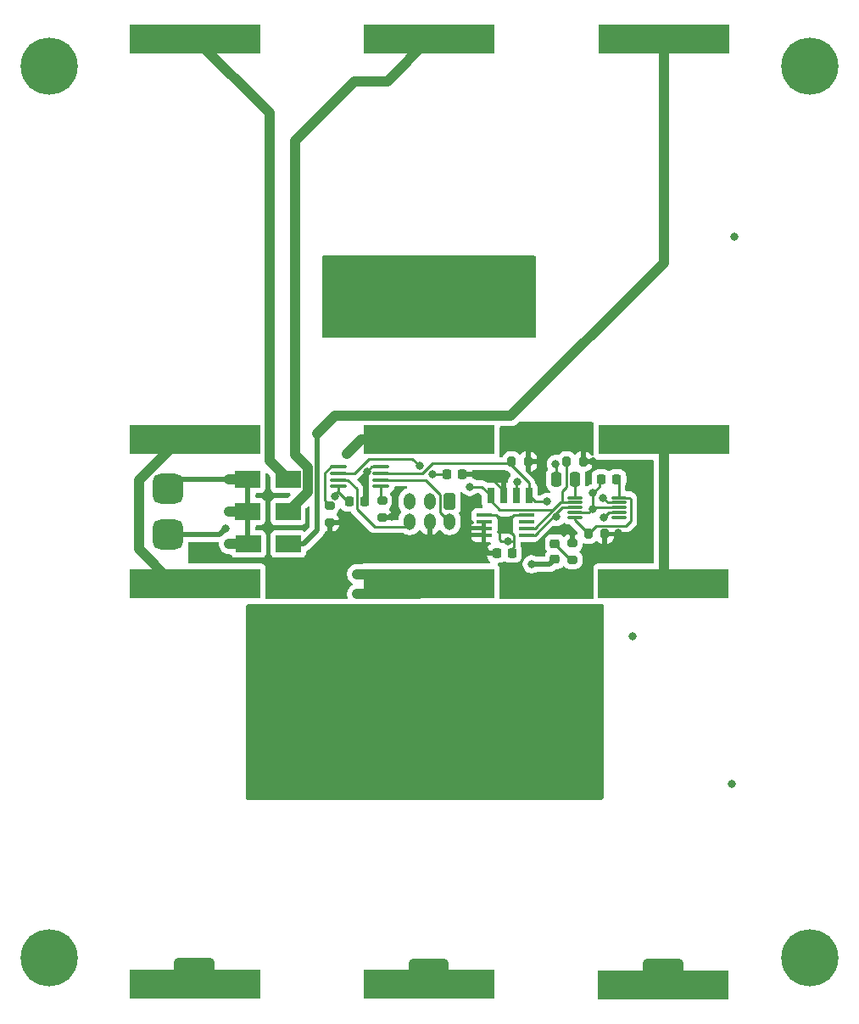
<source format=gbr>
%TF.GenerationSoftware,KiCad,Pcbnew,9.0.3*%
%TF.CreationDate,2025-07-30T14:55:58-07:00*%
%TF.ProjectId,xy_faces_v2a,78795f66-6163-4657-935f-7632612e6b69,3.0*%
%TF.SameCoordinates,Original*%
%TF.FileFunction,Copper,L1,Top*%
%TF.FilePolarity,Positive*%
%FSLAX46Y46*%
G04 Gerber Fmt 4.6, Leading zero omitted, Abs format (unit mm)*
G04 Created by KiCad (PCBNEW 9.0.3) date 2025-07-30 14:55:58*
%MOMM*%
%LPD*%
G01*
G04 APERTURE LIST*
G04 Aperture macros list*
%AMRoundRect*
0 Rectangle with rounded corners*
0 $1 Rounding radius*
0 $2 $3 $4 $5 $6 $7 $8 $9 X,Y pos of 4 corners*
0 Add a 4 corners polygon primitive as box body*
4,1,4,$2,$3,$4,$5,$6,$7,$8,$9,$2,$3,0*
0 Add four circle primitives for the rounded corners*
1,1,$1+$1,$2,$3*
1,1,$1+$1,$4,$5*
1,1,$1+$1,$6,$7*
1,1,$1+$1,$8,$9*
0 Add four rect primitives between the rounded corners*
20,1,$1+$1,$2,$3,$4,$5,0*
20,1,$1+$1,$4,$5,$6,$7,0*
20,1,$1+$1,$6,$7,$8,$9,0*
20,1,$1+$1,$8,$9,$2,$3,0*%
G04 Aperture macros list end*
%TA.AperFunction,SMDPad,CuDef*%
%ADD10RoundRect,0.225000X-0.225000X-0.250000X0.225000X-0.250000X0.225000X0.250000X-0.225000X0.250000X0*%
%TD*%
%TA.AperFunction,SMDPad,CuDef*%
%ADD11RoundRect,0.225000X0.225000X0.250000X-0.225000X0.250000X-0.225000X-0.250000X0.225000X-0.250000X0*%
%TD*%
%TA.AperFunction,ComponentPad*%
%ADD12C,5.700000*%
%TD*%
%TA.AperFunction,SMDPad,CuDef*%
%ADD13RoundRect,0.100000X0.687500X0.100000X-0.687500X0.100000X-0.687500X-0.100000X0.687500X-0.100000X0*%
%TD*%
%TA.AperFunction,HeatsinkPad*%
%ADD14C,0.500000*%
%TD*%
%TA.AperFunction,HeatsinkPad*%
%ADD15R,1.500000X1.800000*%
%TD*%
%TA.AperFunction,SMDPad,CuDef*%
%ADD16R,13.000000X3.000000*%
%TD*%
%TA.AperFunction,SMDPad,CuDef*%
%ADD17RoundRect,0.750000X0.750000X-0.750000X0.750000X0.750000X-0.750000X0.750000X-0.750000X-0.750000X0*%
%TD*%
%TA.AperFunction,SMDPad,CuDef*%
%ADD18R,2.500000X1.700000*%
%TD*%
%TA.AperFunction,SMDPad,CuDef*%
%ADD19O,1.690000X0.360000*%
%TD*%
%TA.AperFunction,SMDPad,CuDef*%
%ADD20RoundRect,0.200000X0.275000X-0.200000X0.275000X0.200000X-0.275000X0.200000X-0.275000X-0.200000X0*%
%TD*%
%TA.AperFunction,SMDPad,CuDef*%
%ADD21RoundRect,0.250000X0.250000X0.475000X-0.250000X0.475000X-0.250000X-0.475000X0.250000X-0.475000X0*%
%TD*%
%TA.AperFunction,SMDPad,CuDef*%
%ADD22RoundRect,0.200000X-0.275000X0.200000X-0.275000X-0.200000X0.275000X-0.200000X0.275000X0.200000X0*%
%TD*%
%TA.AperFunction,SMDPad,CuDef*%
%ADD23R,0.700000X1.600000*%
%TD*%
%TA.AperFunction,SMDPad,CuDef*%
%ADD24RoundRect,0.200000X-0.200000X-0.275000X0.200000X-0.275000X0.200000X0.275000X-0.200000X0.275000X0*%
%TD*%
%TA.AperFunction,SMDPad,CuDef*%
%ADD25RoundRect,0.200000X0.200000X0.275000X-0.200000X0.275000X-0.200000X-0.275000X0.200000X-0.275000X0*%
%TD*%
%TA.AperFunction,SMDPad,CuDef*%
%ADD26RoundRect,0.218750X0.256250X-0.218750X0.256250X0.218750X-0.256250X0.218750X-0.256250X-0.218750X0*%
%TD*%
%TA.AperFunction,SMDPad,CuDef*%
%ADD27RoundRect,0.075000X-0.650000X-0.075000X0.650000X-0.075000X0.650000X0.075000X-0.650000X0.075000X0*%
%TD*%
%TA.AperFunction,ComponentPad*%
%ADD28RoundRect,0.250000X0.350000X0.575000X-0.350000X0.575000X-0.350000X-0.575000X0.350000X-0.575000X0*%
%TD*%
%TA.AperFunction,ComponentPad*%
%ADD29O,1.200000X1.650000*%
%TD*%
%TA.AperFunction,ViaPad*%
%ADD30C,0.800000*%
%TD*%
%TA.AperFunction,Conductor*%
%ADD31C,1.000000*%
%TD*%
%TA.AperFunction,Conductor*%
%ADD32C,0.250000*%
%TD*%
%TA.AperFunction,Conductor*%
%ADD33C,0.500000*%
%TD*%
G04 APERTURE END LIST*
D10*
%TO.P,C6,1*%
%TO.N,GND*%
X136475000Y-113750000D03*
%TO.P,C6,2*%
%TO.N,+3V3*%
X138025000Y-113750000D03*
%TD*%
D11*
%TO.P,C4,1*%
%TO.N,+3V3*%
X147775000Y-111000000D03*
%TO.P,C4,2*%
%TO.N,GND*%
X146225000Y-111000000D03*
%TD*%
D10*
%TO.P,C2,1*%
%TO.N,+3V3*%
X151200000Y-118880000D03*
%TO.P,C2,2*%
%TO.N,GND*%
X152750000Y-118880000D03*
%TD*%
D11*
%TO.P,C3,1*%
%TO.N,Net-(U3-EN)*%
X163175000Y-111500000D03*
%TO.P,C3,2*%
%TO.N,GND*%
X161625000Y-111500000D03*
%TD*%
D12*
%TO.P,J2,1,Pin_1*%
%TO.N,unconnected-(J2-Pin_1-Pad1)*%
X106500000Y-70300000D03*
%TD*%
%TO.P,J3,1,Pin_1*%
%TO.N,unconnected-(J3-Pin_1-Pad1)*%
X106500000Y-159300000D03*
%TD*%
%TO.P,J4,1,Pin_1*%
%TO.N,unconnected-(J4-Pin_1-Pad1)*%
X182500000Y-70300000D03*
%TD*%
%TO.P,J5,1,Pin_1*%
%TO.N,unconnected-(J5-Pin_1-Pad1)*%
X182500000Y-159300000D03*
%TD*%
D13*
%TO.P,U2,1,SDA*%
%TO.N,SDA*%
X154162500Y-117075000D03*
%TO.P,U2,2,SCL*%
%TO.N,SCL*%
X154162500Y-116425000D03*
%TO.P,U2,3,Alert*%
%TO.N,unconnected-(U2-Alert-Pad3)*%
X154162500Y-115775000D03*
%TO.P,U2,4,GND*%
%TO.N,GND*%
X154162500Y-115125000D03*
%TO.P,U2,5,A2*%
X149937500Y-115125000D03*
%TO.P,U2,6,A1*%
%TO.N,+3V3*%
X149937500Y-115775000D03*
%TO.P,U2,7,A0*%
X149937500Y-116425000D03*
%TO.P,U2,8,VDD*%
X149937500Y-117075000D03*
D14*
%TO.P,U2,9,EP/GND*%
%TO.N,GND*%
X152600000Y-116750000D03*
X152600000Y-115450000D03*
D15*
X152050000Y-116100000D03*
D14*
X151500000Y-116750000D03*
X151500000Y-115450000D03*
%TD*%
D16*
%TO.P,SC5,1,+*%
%TO.N,Net-(D3-A)*%
X167860000Y-67570000D03*
%TO.P,SC5,2,-*%
%TO.N,Net-(SC5--)*%
X167860000Y-107570000D03*
%TD*%
D17*
%TO.P,TP1,1,1*%
%TO.N,VSOLAR*%
X118370000Y-112450000D03*
%TD*%
D18*
%TO.P,D3,1,K*%
%TO.N,VSOLAR*%
X126400000Y-118000000D03*
%TO.P,D3,2,A*%
%TO.N,Net-(D3-A)*%
X130400000Y-118000000D03*
%TD*%
D19*
%TO.P,U4,1,EN*%
%TO.N,Net-(U4-EN)*%
X135350000Y-110270000D03*
%TO.P,U4,2,SCLOUT*%
%TO.N,SCL*%
X135350000Y-110930000D03*
%TO.P,U4,3,SCLIN*%
%TO.N,Net-(CN1-Pin_6)*%
X135350000Y-111580000D03*
%TO.P,U4,4,GND*%
%TO.N,GND*%
X135350000Y-112230000D03*
%TO.P,U4,5,READY*%
%TO.N,Net-(U4-READY)*%
X139650000Y-112230000D03*
%TO.P,U4,6,SDAIN*%
%TO.N,Net-(CN1-Pin_2)*%
X139650000Y-111580000D03*
%TO.P,U4,7,SDAOUT*%
%TO.N,SDA*%
X139650000Y-110930000D03*
%TO.P,U4,8,VCC*%
%TO.N,+3V3*%
X139650000Y-110270000D03*
%TD*%
D17*
%TO.P,TP2,1,1*%
%TO.N,GND*%
X118360000Y-117050000D03*
%TD*%
D18*
%TO.P,D1,1,K*%
%TO.N,VSOLAR*%
X126360000Y-111540000D03*
%TO.P,D1,2,A*%
%TO.N,Net-(D1-A)*%
X130360000Y-111540000D03*
%TD*%
D16*
%TO.P,SC3,1,+*%
%TO.N,Net-(D2-A)*%
X144490000Y-67570000D03*
%TO.P,SC3,2,-*%
%TO.N,Net-(SC3--)*%
X144490000Y-107570000D03*
%TD*%
D20*
%TO.P,R2,1*%
%TO.N,+3V3*%
X134500000Y-115825000D03*
%TO.P,R2,2*%
%TO.N,Net-(U4-EN)*%
X134500000Y-114175000D03*
%TD*%
D16*
%TO.P,SC4,1,+*%
%TO.N,Net-(SC3--)*%
X144450000Y-121940000D03*
%TO.P,SC4,2,-*%
%TO.N,GND*%
X144450000Y-161940000D03*
%TD*%
%TO.P,SC2,1,+*%
%TO.N,Net-(SC1--)*%
X121120000Y-121920000D03*
%TO.P,SC2,2,-*%
%TO.N,GND*%
X121120000Y-161920000D03*
%TD*%
D18*
%TO.P,D2,1,K*%
%TO.N,VSOLAR*%
X126360000Y-114750000D03*
%TO.P,D2,2,A*%
%TO.N,Net-(D2-A)*%
X130360000Y-114750000D03*
%TD*%
D16*
%TO.P,SC6,1,+*%
%TO.N,Net-(SC5--)*%
X167850000Y-121950000D03*
%TO.P,SC6,2,-*%
%TO.N,GND*%
X167850000Y-161950000D03*
%TD*%
D21*
%TO.P,C5,1*%
%TO.N,Net-(U3-REG)*%
X159050000Y-111500000D03*
%TO.P,C5,2*%
%TO.N,GND*%
X157150000Y-111500000D03*
%TD*%
D22*
%TO.P,R4,1*%
%TO.N,Net-(U4-READY)*%
X139750000Y-113675000D03*
%TO.P,R4,2*%
%TO.N,+3V3*%
X139750000Y-115325000D03*
%TD*%
D23*
%TO.P,U1,1,SCL*%
%TO.N,SCL*%
X150595000Y-113150001D03*
%TO.P,U1,2,VDD*%
%TO.N,+3V3*%
X151865000Y-113150000D03*
%TO.P,U1,3,GND*%
%TO.N,GND*%
X153135000Y-113150000D03*
%TO.P,U1,4,SDA*%
%TO.N,SDA*%
X154405000Y-113150001D03*
%TD*%
D24*
%TO.P,R6,1*%
%TO.N,SDA*%
X152675000Y-109750000D03*
%TO.P,R6,2*%
%TO.N,+3V3*%
X154325000Y-109750000D03*
%TD*%
%TO.P,R5,1*%
%TO.N,SCL*%
X158175000Y-109750000D03*
%TO.P,R5,2*%
%TO.N,+3V3*%
X159825000Y-109750000D03*
%TD*%
D25*
%TO.P,R3,1*%
%TO.N,+3V3*%
X161990000Y-116970000D03*
%TO.P,R3,2*%
%TO.N,Net-(U3-EN)*%
X160340000Y-116970000D03*
%TD*%
D26*
%TO.P,D4,1,K*%
%TO.N,GND*%
X156993750Y-119518750D03*
%TO.P,D4,2,A*%
%TO.N,Net-(D4-A)*%
X156993750Y-117943750D03*
%TD*%
D16*
%TO.P,SC1,1,+*%
%TO.N,Net-(D1-A)*%
X121090000Y-67570000D03*
%TO.P,SC1,2,-*%
%TO.N,Net-(SC1--)*%
X121090000Y-107570000D03*
%TD*%
D22*
%TO.P,R1,1*%
%TO.N,+3V3*%
X158768750Y-117906250D03*
%TO.P,R1,2*%
%TO.N,Net-(D4-A)*%
X158768750Y-119556250D03*
%TD*%
D27*
%TO.P,U3,1,REG*%
%TO.N,Net-(U3-REG)*%
X158980000Y-113350000D03*
%TO.P,U3,2,SCL*%
%TO.N,SCL*%
X158980000Y-113850000D03*
%TO.P,U3,3,SDA*%
%TO.N,SDA*%
X158980000Y-114350000D03*
%TO.P,U3,4,IN/TRIG*%
%TO.N,GND*%
X158980000Y-114850000D03*
%TO.P,U3,5,EN*%
%TO.N,Net-(U3-EN)*%
X158980000Y-115350000D03*
%TO.P,U3,6,VDD/NC*%
%TO.N,unconnected-(U3-VDD{slash}NC-Pad6)*%
X163380000Y-115350000D03*
%TO.P,U3,7,OUT+*%
%TO.N,Net-(U3-OUT+)*%
X163380000Y-114850000D03*
%TO.P,U3,8,GND*%
%TO.N,GND*%
X163380000Y-114350000D03*
%TO.P,U3,9,OUT-*%
%TO.N,Net-(U3-OUT+)*%
X163380000Y-113850000D03*
%TO.P,U3,10,VDD*%
%TO.N,Net-(U3-EN)*%
X163380000Y-113350000D03*
%TD*%
D28*
%TO.P,CN1,1,Pin_1*%
%TO.N,GND*%
X146500001Y-113750001D03*
D29*
%TO.P,CN1,2,Pin_2*%
%TO.N,Net-(CN1-Pin_2)*%
X146500001Y-115750002D03*
%TO.P,CN1,3,Pin_3*%
%TO.N,VSOLAR*%
X144500000Y-113750001D03*
%TO.P,CN1,4,Pin_4*%
%TO.N,+3V3*%
X144500001Y-115750001D03*
%TO.P,CN1,5,Pin_5*%
%TO.N,VSOLAR*%
X142500001Y-113750001D03*
%TO.P,CN1,6,Pin_6*%
%TO.N,Net-(CN1-Pin_6)*%
X142500000Y-115750001D03*
%TD*%
D30*
%TO.N,GND*%
X153250000Y-111750000D03*
X169300000Y-159860000D03*
X160825000Y-112900000D03*
X157100000Y-110000000D03*
X152300000Y-117700000D03*
X144520000Y-159900000D03*
X119500000Y-159800000D03*
X167920000Y-159860000D03*
X144750000Y-111000000D03*
X142900000Y-159900000D03*
X154700000Y-120000000D03*
X166300000Y-159860000D03*
X145900000Y-159900000D03*
X135015253Y-113208948D03*
X121120000Y-159800000D03*
X124150000Y-116450000D03*
X122500000Y-159800000D03*
X160750000Y-114500000D03*
%TO.N,+3V3*%
X150250000Y-111000000D03*
X150050000Y-118605000D03*
X163300000Y-116900000D03*
X138227388Y-110744462D03*
X135750000Y-115750000D03*
X140750000Y-115250000D03*
X160750000Y-109750000D03*
X158775000Y-116900000D03*
X155500000Y-109750000D03*
%TO.N,VSOLAR*%
X124500000Y-114750000D03*
X124500000Y-111500000D03*
X124500000Y-118000000D03*
%TO.N,SDA*%
X157165885Y-115284647D03*
X156250000Y-113750000D03*
%TO.N,SCL*%
X148508348Y-112272245D03*
X143496487Y-110201487D03*
%TO.N,Net-(SC3--)*%
X137250000Y-123000000D03*
X136250000Y-109000000D03*
X137250000Y-108000000D03*
X137250000Y-121000000D03*
%TO.N,Net-(U3-OUT+)*%
X161890000Y-115330000D03*
X174680000Y-141950000D03*
X161820000Y-113350000D03*
X164800000Y-127190000D03*
X174900000Y-87350000D03*
%TD*%
D31*
%TO.N,GND*%
X144520000Y-159900000D02*
X145900000Y-159900000D01*
D32*
X146050001Y-111000000D02*
X144750000Y-111000000D01*
D31*
X144520000Y-159900000D02*
X142900000Y-159900000D01*
X167920000Y-159860000D02*
X169300000Y-159860000D01*
D32*
X135015253Y-113084747D02*
X135350000Y-112750000D01*
X160750000Y-112975000D02*
X160825000Y-112900000D01*
D31*
X121120000Y-161920000D02*
X121120000Y-159800000D01*
D32*
X152300000Y-117700000D02*
X152925000Y-117700000D01*
D31*
X121120000Y-159800000D02*
X119500000Y-159800000D01*
X142900000Y-160400000D02*
X144520000Y-162020000D01*
D32*
X154162500Y-115125000D02*
X152925000Y-115125000D01*
D31*
X119500000Y-159800000D02*
X119500000Y-160300000D01*
X121120000Y-159800000D02*
X122500000Y-159800000D01*
D32*
X149937500Y-115125000D02*
X151175000Y-115125000D01*
X152925000Y-117075000D02*
X152925000Y-117700000D01*
X135015253Y-113208948D02*
X135015253Y-113084747D01*
X152925000Y-117700000D02*
X152925000Y-118330000D01*
X135350000Y-112230000D02*
X135350000Y-112750000D01*
X160900000Y-114350000D02*
X160750000Y-114500000D01*
X153135000Y-111865000D02*
X153250000Y-111750000D01*
D31*
X169300000Y-160600000D02*
X167920000Y-161980000D01*
D33*
X156512500Y-120000000D02*
X156993750Y-119518750D01*
D32*
X158980000Y-114850000D02*
X160400000Y-114850000D01*
X153135000Y-113150000D02*
X153135000Y-111865000D01*
D31*
X144520000Y-162020000D02*
X144520000Y-159900000D01*
X122500000Y-159800000D02*
X122500000Y-160540000D01*
X166300000Y-160360000D02*
X169060000Y-160360000D01*
X145660000Y-160400000D02*
X145900000Y-160640000D01*
D32*
X160750000Y-114500000D02*
X160750000Y-112975000D01*
X161450001Y-111500000D02*
X161450001Y-112274999D01*
X151175000Y-115125000D02*
X151500000Y-115450000D01*
X157100000Y-110000000D02*
X157150000Y-110050000D01*
X160400000Y-114850000D02*
X160750000Y-114500000D01*
X152925000Y-118330000D02*
X152600000Y-118655000D01*
D31*
X142900000Y-160400000D02*
X145660000Y-160400000D01*
D32*
X157150000Y-110050000D02*
X157150000Y-111450000D01*
D31*
X145900000Y-160640000D02*
X144520000Y-162020000D01*
X169300000Y-159860000D02*
X169300000Y-160600000D01*
X119500000Y-160300000D02*
X122260000Y-160300000D01*
D32*
X151645000Y-117700000D02*
X151500000Y-117555000D01*
X135350000Y-112750000D02*
X135350000Y-112799999D01*
D31*
X122260000Y-160300000D02*
X122500000Y-160540000D01*
X145900000Y-159900000D02*
X145900000Y-160640000D01*
X166300000Y-160360000D02*
X167920000Y-161980000D01*
D32*
X135350000Y-112799999D02*
X136300001Y-113750000D01*
D31*
X122500000Y-160540000D02*
X121120000Y-161920000D01*
D33*
X154700000Y-120000000D02*
X156512500Y-120000000D01*
D32*
X152300000Y-117700000D02*
X151645000Y-117700000D01*
D31*
X169060000Y-160360000D02*
X169300000Y-160600000D01*
D32*
X152600000Y-116750000D02*
X152925000Y-117075000D01*
D31*
X167920000Y-159860000D02*
X166300000Y-159860000D01*
D32*
X163380000Y-114350000D02*
X160900000Y-114350000D01*
D31*
X119500000Y-160300000D02*
X121120000Y-161920000D01*
X142900000Y-159900000D02*
X142900000Y-160400000D01*
D32*
X151500000Y-117555000D02*
X151500000Y-116750000D01*
D33*
X118360000Y-117050000D02*
X123550000Y-117050000D01*
D32*
X152925000Y-115125000D02*
X152600000Y-115450000D01*
D31*
X167920000Y-161980000D02*
X167920000Y-159860000D01*
X166300000Y-159860000D02*
X166300000Y-160360000D01*
D32*
X161450001Y-112274999D02*
X160825000Y-112900000D01*
D33*
X123550000Y-117050000D02*
X124150000Y-116450000D01*
D32*
%TO.N,+3V3*%
X159825000Y-109750000D02*
X160750000Y-109750000D01*
X149975000Y-117112500D02*
X149937500Y-117075000D01*
X139650000Y-110270000D02*
X138701850Y-110270000D01*
X151865000Y-113150000D02*
X151865000Y-112618001D01*
X150050000Y-118605000D02*
X150325000Y-118880000D01*
X138227388Y-113722611D02*
X138199999Y-113750000D01*
X161990000Y-116970000D02*
X163230000Y-116970000D01*
X158775000Y-117775000D02*
X158775000Y-116900000D01*
X150048586Y-118605000D02*
X149975000Y-118531414D01*
X163230000Y-116970000D02*
X163300000Y-116900000D01*
X150246999Y-111000000D02*
X147949999Y-111000000D01*
X150325000Y-118880000D02*
X150675000Y-118880000D01*
X149937500Y-116425000D02*
X149937500Y-115775000D01*
X149975000Y-118531414D02*
X149975000Y-117112500D01*
X138701850Y-110270000D02*
X138227388Y-110744462D01*
X138227388Y-110744462D02*
X138227388Y-113722611D01*
X140675000Y-115325000D02*
X140750000Y-115250000D01*
X135675000Y-115825000D02*
X135750000Y-115750000D01*
X154325000Y-109750000D02*
X155500000Y-109750000D01*
X134500000Y-115825000D02*
X135675000Y-115825000D01*
X151865000Y-112618001D02*
X150246999Y-111000000D01*
X139750000Y-115325000D02*
X140675000Y-115325000D01*
X150050000Y-118605000D02*
X150048586Y-118605000D01*
X149937500Y-117075000D02*
X149937500Y-116425000D01*
D31*
%TO.N,VSOLAR*%
X126320000Y-111500000D02*
X126360000Y-111540000D01*
D33*
X126360000Y-117960000D02*
X126400000Y-118000000D01*
D31*
X124500000Y-118000000D02*
X126400000Y-118000000D01*
D33*
X126360000Y-111540000D02*
X126360000Y-117960000D01*
X118370000Y-112450000D02*
X119280000Y-111540000D01*
D31*
X124500000Y-114750000D02*
X126360000Y-114750000D01*
D33*
X119280000Y-111540000D02*
X126360000Y-111540000D01*
D31*
X124500000Y-111500000D02*
X126320000Y-111500000D01*
D32*
%TO.N,Net-(U3-EN)*%
X161140000Y-116170000D02*
X164130000Y-116170000D01*
X158980000Y-115350000D02*
X158980000Y-115610000D01*
X158980000Y-115610000D02*
X160340000Y-116970000D01*
X164450000Y-113350000D02*
X163380000Y-113350000D01*
X164600000Y-113500000D02*
X164450000Y-113350000D01*
X163380000Y-113350000D02*
X163380000Y-111410000D01*
X160340000Y-116970000D02*
X161140000Y-116170000D01*
X164130000Y-116170000D02*
X164600000Y-115700000D01*
X164600000Y-115700000D02*
X164600000Y-113500000D01*
%TO.N,Net-(U3-REG)*%
X158980000Y-113350000D02*
X158980000Y-111570000D01*
X158980000Y-111570000D02*
X159050000Y-111500000D01*
D31*
%TO.N,Net-(D1-A)*%
X128500000Y-109680000D02*
X130360000Y-111540000D01*
X121090000Y-67570000D02*
X128500000Y-74980000D01*
X128500000Y-74980000D02*
X128500000Y-109680000D01*
%TO.N,Net-(D2-A)*%
X131060000Y-109060000D02*
X132349000Y-110349000D01*
X144490000Y-67570000D02*
X140260000Y-71800000D01*
X131060000Y-77740000D02*
X131060000Y-109060000D01*
X140260000Y-71800000D02*
X137000000Y-71800000D01*
X132349000Y-110349000D02*
X132349000Y-112761000D01*
X132349000Y-112761000D02*
X130360000Y-114750000D01*
X137000000Y-71800000D02*
X131060000Y-77740000D01*
D32*
%TO.N,SDA*%
X157286906Y-114786906D02*
X154998812Y-117075000D01*
X157723812Y-114350000D02*
X157286906Y-114786906D01*
X139650000Y-110930000D02*
X143793280Y-110930000D01*
X156250000Y-113750000D02*
X155004999Y-113750000D01*
X154998812Y-117075000D02*
X154162500Y-117075000D01*
X154405000Y-111878280D02*
X154405000Y-113150001D01*
X152475720Y-109949000D02*
X154405000Y-111878280D01*
X157165885Y-114907927D02*
X157165885Y-115284647D01*
X143793280Y-110930000D02*
X144774280Y-109949000D01*
X144774280Y-109949000D02*
X152475720Y-109949000D01*
X158980000Y-114350000D02*
X157723812Y-114350000D01*
X157286906Y-114786906D02*
X157165885Y-114907927D01*
X155004999Y-113750000D02*
X154405000Y-113150001D01*
%TO.N,SCL*%
X150595000Y-113682000D02*
X151500613Y-114587613D01*
X157750000Y-113850000D02*
X157575226Y-113850000D01*
X158175000Y-112269514D02*
X157750000Y-112694514D01*
X135350000Y-110930000D02*
X136969408Y-110930000D01*
X157750000Y-112694514D02*
X157750000Y-113850000D01*
X148508348Y-112272245D02*
X149717244Y-112272245D01*
X136969408Y-110930000D02*
X138399408Y-109500000D01*
X151500613Y-114587613D02*
X156837613Y-114587613D01*
X159125000Y-113850000D02*
X157750000Y-113850000D01*
X149717244Y-112272245D02*
X150595000Y-113150001D01*
X150595000Y-113150001D02*
X150595000Y-113682000D01*
X156837613Y-114587613D02*
X155000226Y-116425000D01*
X158175000Y-109750000D02*
X158175000Y-112269514D01*
X157575226Y-113850000D02*
X156837613Y-114587613D01*
X138399408Y-109500000D02*
X142795000Y-109500000D01*
X142795000Y-109500000D02*
X143496487Y-110201487D01*
X155000226Y-116425000D02*
X154162500Y-116425000D01*
D31*
%TO.N,Net-(D3-A)*%
X152600000Y-105200000D02*
X167860000Y-89940000D01*
X135050000Y-105200000D02*
X152600000Y-105200000D01*
X167860000Y-89940000D02*
X167860000Y-67570000D01*
X135050000Y-105200000D02*
X133300000Y-106950000D01*
D33*
X133300000Y-116610000D02*
X131910000Y-118000000D01*
X133300000Y-106950000D02*
X133300000Y-116610000D01*
X131910000Y-118000000D02*
X130400000Y-118000000D01*
D32*
%TO.N,Net-(D4-A)*%
X158775000Y-119425000D02*
X158612500Y-119425000D01*
X158606250Y-119556250D02*
X156993750Y-117943750D01*
D31*
%TO.N,Net-(SC1--)*%
X115500000Y-118500000D02*
X118920000Y-121920000D01*
X118920000Y-121920000D02*
X121120000Y-121920000D01*
X115500000Y-111633987D02*
X115500000Y-118500000D01*
X119563987Y-107570000D02*
X115500000Y-111633987D01*
X121090000Y-107570000D02*
X119563987Y-107570000D01*
%TO.N,Net-(SC3--)*%
X137250000Y-123000000D02*
X143390000Y-123000000D01*
X143390000Y-123000000D02*
X144450000Y-121940000D01*
X137680000Y-107570000D02*
X136250000Y-109000000D01*
X143510000Y-121000000D02*
X144450000Y-121940000D01*
X137250000Y-121000000D02*
X143510000Y-121000000D01*
X144490000Y-107570000D02*
X137680000Y-107570000D01*
%TO.N,Net-(SC5--)*%
X167860000Y-107570000D02*
X167860000Y-121940000D01*
X167860000Y-121940000D02*
X167850000Y-121950000D01*
D32*
%TO.N,Net-(U3-OUT+)*%
X163380000Y-114850000D02*
X162370000Y-114850000D01*
X162320000Y-113850000D02*
X161820000Y-113350000D01*
X162370000Y-114850000D02*
X161890000Y-115330000D01*
X163380000Y-113850000D02*
X162320000Y-113850000D01*
%TO.N,Net-(CN1-Pin_6)*%
X136330000Y-111580000D02*
X137250000Y-112500000D01*
X135350000Y-111580000D02*
X136330000Y-111580000D01*
X137250000Y-112500000D02*
X137250000Y-114500000D01*
X142000001Y-116250000D02*
X142500000Y-115750001D01*
X137250000Y-114500000D02*
X139000000Y-116250000D01*
X139000000Y-116250000D02*
X142000001Y-116250000D01*
%TO.N,Net-(CN1-Pin_2)*%
X144080000Y-111580000D02*
X145574001Y-113074001D01*
X145574001Y-114824002D02*
X146500001Y-115750002D01*
X139650000Y-111580000D02*
X144080000Y-111580000D01*
X145574001Y-113074001D02*
X145574001Y-114824002D01*
%TO.N,Net-(U4-EN)*%
X134000000Y-113675000D02*
X134500000Y-114175000D01*
X135350000Y-110270000D02*
X134629408Y-110270000D01*
X134629408Y-110270000D02*
X134000000Y-110899408D01*
X134000000Y-110899408D02*
X134000000Y-113675000D01*
%TO.N,Net-(U4-READY)*%
X139650000Y-112230000D02*
X139650000Y-113575000D01*
X139650000Y-113575000D02*
X139750000Y-113675000D01*
%TD*%
%TA.AperFunction,NonConductor*%
G36*
X137119917Y-124002382D02*
G01*
X137137321Y-124005844D01*
X137150670Y-124008500D01*
X137150671Y-124008500D01*
X143489330Y-124008500D01*
X143502678Y-124005844D01*
X143520082Y-124002382D01*
X143544273Y-124000000D01*
X161748638Y-124000000D01*
X161778078Y-124008644D01*
X161808065Y-124015168D01*
X161813080Y-124018922D01*
X161815677Y-124019685D01*
X161836319Y-124036319D01*
X161863681Y-124063681D01*
X161897166Y-124125004D01*
X161900000Y-124151362D01*
X161900000Y-143248638D01*
X161880315Y-143315677D01*
X161863681Y-143336319D01*
X161736319Y-143463681D01*
X161674996Y-143497166D01*
X161648638Y-143500000D01*
X126324000Y-143500000D01*
X126256961Y-143480315D01*
X126211206Y-143427511D01*
X126200000Y-143376000D01*
X126200000Y-124151362D01*
X126208644Y-124121921D01*
X126215168Y-124091935D01*
X126218922Y-124086919D01*
X126219685Y-124084323D01*
X126236319Y-124063681D01*
X126263681Y-124036319D01*
X126325004Y-124002834D01*
X126351362Y-124000000D01*
X137095727Y-124000000D01*
X137119917Y-124002382D01*
G37*
%TD.AperFunction*%
%TA.AperFunction,NonConductor*%
G36*
X155055901Y-89219685D02*
G01*
X155101656Y-89272489D01*
X155112862Y-89324000D01*
X155112862Y-97276000D01*
X155093177Y-97343039D01*
X155040373Y-97388794D01*
X154988862Y-97400000D01*
X154900000Y-97400000D01*
X133924000Y-97400000D01*
X133856961Y-97380315D01*
X133811206Y-97327511D01*
X133800000Y-97276000D01*
X133800000Y-89324000D01*
X133819685Y-89256961D01*
X133872489Y-89211206D01*
X133924000Y-89200000D01*
X154988862Y-89200000D01*
X155055901Y-89219685D01*
G37*
%TD.AperFunction*%
%TA.AperFunction,Conductor*%
%TO.N,+3V3*%
G36*
X128327012Y-110933700D02*
G01*
X128333595Y-110939829D01*
X128564595Y-111170829D01*
X128598621Y-111233141D01*
X128601500Y-111259924D01*
X128601500Y-112438649D01*
X128608009Y-112499196D01*
X128608011Y-112499204D01*
X128659110Y-112636202D01*
X128659112Y-112636207D01*
X128746738Y-112753261D01*
X128863792Y-112840887D01*
X128863794Y-112840888D01*
X128863796Y-112840889D01*
X128909482Y-112857929D01*
X129000795Y-112891988D01*
X129000803Y-112891990D01*
X129061350Y-112898499D01*
X129061355Y-112898499D01*
X129061362Y-112898500D01*
X130481074Y-112898500D01*
X130549195Y-112918502D01*
X130595688Y-112972158D01*
X130605792Y-113042432D01*
X130576298Y-113107012D01*
X130570170Y-113113595D01*
X130329171Y-113354595D01*
X130266858Y-113388620D01*
X130240075Y-113391500D01*
X129061350Y-113391500D01*
X129000803Y-113398009D01*
X129000795Y-113398011D01*
X128863797Y-113449110D01*
X128863792Y-113449112D01*
X128746738Y-113536738D01*
X128659112Y-113653792D01*
X128659110Y-113653797D01*
X128608011Y-113790795D01*
X128608009Y-113790803D01*
X128601500Y-113851350D01*
X128601500Y-115648649D01*
X128608009Y-115709196D01*
X128608011Y-115709204D01*
X128659110Y-115846202D01*
X128659112Y-115846207D01*
X128746738Y-115963261D01*
X128863792Y-116050887D01*
X128863794Y-116050888D01*
X128863796Y-116050889D01*
X128894237Y-116062243D01*
X129000795Y-116101988D01*
X129000803Y-116101990D01*
X129061350Y-116108499D01*
X129061355Y-116108499D01*
X129061362Y-116108500D01*
X129061368Y-116108500D01*
X131658632Y-116108500D01*
X131658638Y-116108500D01*
X131658645Y-116108499D01*
X131658649Y-116108499D01*
X131719196Y-116101990D01*
X131719199Y-116101989D01*
X131719201Y-116101989D01*
X131856204Y-116050889D01*
X131879137Y-116033722D01*
X131973261Y-115963261D01*
X132060887Y-115846207D01*
X132060887Y-115846206D01*
X132060889Y-115846204D01*
X132111989Y-115709201D01*
X132115352Y-115677925D01*
X132118499Y-115648649D01*
X132118500Y-115648632D01*
X132118500Y-114469924D01*
X132127283Y-114440008D01*
X132133912Y-114409539D01*
X132137726Y-114404443D01*
X132138502Y-114401803D01*
X132155405Y-114380829D01*
X132326405Y-114209829D01*
X132388717Y-114175803D01*
X132459532Y-114180868D01*
X132516368Y-114223415D01*
X132541179Y-114289935D01*
X132541500Y-114298924D01*
X132541500Y-116243627D01*
X132521498Y-116311748D01*
X132504595Y-116332723D01*
X132111804Y-116725513D01*
X132049492Y-116759538D01*
X131978676Y-116754473D01*
X131947201Y-116737286D01*
X131896206Y-116699112D01*
X131896202Y-116699110D01*
X131759204Y-116648011D01*
X131759196Y-116648009D01*
X131698649Y-116641500D01*
X131698638Y-116641500D01*
X129101362Y-116641500D01*
X129101350Y-116641500D01*
X129040803Y-116648009D01*
X129040795Y-116648011D01*
X128903797Y-116699110D01*
X128903792Y-116699112D01*
X128786738Y-116786738D01*
X128699112Y-116903792D01*
X128699110Y-116903797D01*
X128648011Y-117040795D01*
X128648009Y-117040803D01*
X128641500Y-117101350D01*
X128641500Y-118898649D01*
X128648009Y-118959196D01*
X128648011Y-118959204D01*
X128699110Y-119096202D01*
X128699112Y-119096207D01*
X128786738Y-119213261D01*
X128903792Y-119300887D01*
X128903794Y-119300888D01*
X128903796Y-119300889D01*
X128962875Y-119322924D01*
X129040795Y-119351988D01*
X129040803Y-119351990D01*
X129101350Y-119358499D01*
X129101355Y-119358499D01*
X129101362Y-119358500D01*
X129101368Y-119358500D01*
X131698632Y-119358500D01*
X131698638Y-119358500D01*
X131698645Y-119358499D01*
X131698649Y-119358499D01*
X131759196Y-119351990D01*
X131759199Y-119351989D01*
X131759201Y-119351989D01*
X131896204Y-119300889D01*
X131904977Y-119294322D01*
X132013261Y-119213261D01*
X132100887Y-119096207D01*
X132100887Y-119096206D01*
X132100889Y-119096204D01*
X132151989Y-118959201D01*
X132156624Y-118916094D01*
X132158499Y-118898649D01*
X132158500Y-118898632D01*
X132158500Y-118802252D01*
X132178502Y-118734131D01*
X132232158Y-118687638D01*
X132236237Y-118685862D01*
X132269284Y-118672174D01*
X132393515Y-118589166D01*
X133707681Y-117275000D01*
X148649920Y-117275000D01*
X148657649Y-117333718D01*
X148657650Y-117333719D01*
X148718912Y-117481621D01*
X148718917Y-117481629D01*
X148816369Y-117608630D01*
X148943370Y-117706082D01*
X148943378Y-117706087D01*
X149091281Y-117767350D01*
X149210155Y-117782999D01*
X149737500Y-117782999D01*
X149737500Y-117275000D01*
X148649920Y-117275000D01*
X133707681Y-117275000D01*
X133889166Y-117093515D01*
X133972174Y-116969284D01*
X134029351Y-116831247D01*
X134029353Y-116831232D01*
X134031145Y-116825330D01*
X134032911Y-116825865D01*
X134061798Y-116770639D01*
X134123492Y-116735506D01*
X134163878Y-116732645D01*
X134167783Y-116732999D01*
X134754000Y-116732999D01*
X134832222Y-116732999D01*
X134903553Y-116726518D01*
X135067706Y-116675366D01*
X135214840Y-116586421D01*
X135214850Y-116586413D01*
X135336413Y-116464850D01*
X135336421Y-116464840D01*
X135425366Y-116317706D01*
X135476518Y-116153553D01*
X135476518Y-116153552D01*
X135483000Y-116082222D01*
X135483000Y-116079000D01*
X134754000Y-116079000D01*
X134754000Y-116732999D01*
X134167783Y-116732999D01*
X134245999Y-116732998D01*
X134246000Y-116732998D01*
X134246000Y-115951000D01*
X134266002Y-115882879D01*
X134319658Y-115836386D01*
X134372000Y-115825000D01*
X134500000Y-115825000D01*
X134500000Y-115697000D01*
X134520002Y-115628879D01*
X134573658Y-115582386D01*
X134626000Y-115571000D01*
X135482999Y-115571000D01*
X135482999Y-115567778D01*
X135476518Y-115496446D01*
X135425366Y-115332293D01*
X135336421Y-115185159D01*
X135336413Y-115185149D01*
X135240713Y-115089449D01*
X135206687Y-115027137D01*
X135211752Y-114956322D01*
X135240713Y-114911259D01*
X135336811Y-114815160D01*
X135336816Y-114815155D01*
X135425827Y-114667913D01*
X135471860Y-114520183D01*
X135511220Y-114461100D01*
X135576278Y-114432674D01*
X135646376Y-114443934D01*
X135681249Y-114468575D01*
X135791953Y-114579279D01*
X135791959Y-114579284D01*
X135791960Y-114579285D01*
X135937899Y-114669302D01*
X136100664Y-114723236D01*
X136120756Y-114725288D01*
X136201120Y-114733500D01*
X136201128Y-114733500D01*
X136577494Y-114733500D01*
X136645615Y-114753502D01*
X136684342Y-114795474D01*
X136685161Y-114794928D01*
X136688599Y-114800074D01*
X136688600Y-114800075D01*
X136757929Y-114903833D01*
X138596167Y-116742072D01*
X138699925Y-116811401D01*
X138781447Y-116845168D01*
X138815215Y-116859155D01*
X138937606Y-116883500D01*
X141823609Y-116883500D01*
X141891730Y-116903502D01*
X141897655Y-116907553D01*
X141919019Y-116923075D01*
X142074484Y-117002289D01*
X142240426Y-117056206D01*
X142412759Y-117083501D01*
X142412762Y-117083501D01*
X142587238Y-117083501D01*
X142587241Y-117083501D01*
X142759574Y-117056206D01*
X142925516Y-117002289D01*
X143080981Y-116923075D01*
X143222139Y-116820518D01*
X143345517Y-116697140D01*
X143398375Y-116624386D01*
X143454594Y-116581035D01*
X143525330Y-116574958D01*
X143588122Y-116608089D01*
X143602245Y-116624388D01*
X143654867Y-116696816D01*
X143778182Y-116820131D01*
X143778185Y-116820133D01*
X143919279Y-116922644D01*
X144074675Y-117001823D01*
X144074681Y-117001826D01*
X144240535Y-117055715D01*
X144246001Y-117056581D01*
X144246001Y-116094101D01*
X144335957Y-116146038D01*
X144444049Y-116175001D01*
X144555953Y-116175001D01*
X144664045Y-116146038D01*
X144754001Y-116094101D01*
X144754001Y-117056581D01*
X144759466Y-117055715D01*
X144925320Y-117001826D01*
X144925326Y-117001823D01*
X145080722Y-116922644D01*
X145221816Y-116820133D01*
X145221819Y-116820131D01*
X145345131Y-116696819D01*
X145397754Y-116624390D01*
X145453977Y-116581035D01*
X145524713Y-116574959D01*
X145587505Y-116608091D01*
X145601625Y-116624387D01*
X145654484Y-116697141D01*
X145654486Y-116697143D01*
X145654488Y-116697146D01*
X145777856Y-116820514D01*
X145777859Y-116820516D01*
X145777862Y-116820519D01*
X145919020Y-116923076D01*
X146074485Y-117002290D01*
X146240427Y-117056207D01*
X146412760Y-117083502D01*
X146412763Y-117083502D01*
X146587239Y-117083502D01*
X146587242Y-117083502D01*
X146759575Y-117056207D01*
X146925517Y-117002290D01*
X147080982Y-116923076D01*
X147222140Y-116820519D01*
X147345518Y-116697141D01*
X147397931Y-116625000D01*
X148649920Y-116625000D01*
X148657650Y-116683722D01*
X148665131Y-116701783D01*
X148667120Y-116720289D01*
X148674105Y-116737544D01*
X148672619Y-116771440D01*
X148672720Y-116772373D01*
X148672554Y-116772938D01*
X148672535Y-116773373D01*
X148653350Y-116875000D01*
X149737500Y-116875000D01*
X149737500Y-116625000D01*
X148649920Y-116625000D01*
X147397931Y-116625000D01*
X147448075Y-116555983D01*
X147527289Y-116400518D01*
X147581206Y-116234576D01*
X147608501Y-116062243D01*
X147608501Y-115437761D01*
X147581206Y-115265428D01*
X147527289Y-115099486D01*
X147448075Y-114944021D01*
X147448071Y-114944016D01*
X147448070Y-114944013D01*
X147445487Y-114939797D01*
X147447024Y-114938854D01*
X147425780Y-114879293D01*
X147441867Y-114810143D01*
X147445329Y-114804992D01*
X147445178Y-114804899D01*
X147449031Y-114798653D01*
X147542116Y-114647739D01*
X147597888Y-114479427D01*
X147608501Y-114375546D01*
X147608500Y-113124457D01*
X147605610Y-113096171D01*
X147597888Y-113020575D01*
X147583754Y-112977920D01*
X147578005Y-112960573D01*
X147575566Y-112889620D01*
X147611874Y-112828610D01*
X147675403Y-112796915D01*
X147745983Y-112804597D01*
X147798348Y-112846910D01*
X147798739Y-112846590D01*
X147800287Y-112848476D01*
X147801205Y-112849218D01*
X147802377Y-112850942D01*
X147802665Y-112851374D01*
X147802669Y-112851378D01*
X147802670Y-112851380D01*
X147929213Y-112977923D01*
X148078012Y-113077347D01*
X148243348Y-113145832D01*
X148418869Y-113180745D01*
X148418870Y-113180745D01*
X148597826Y-113180745D01*
X148597827Y-113180745D01*
X148773348Y-113145832D01*
X148938684Y-113077347D01*
X149087483Y-112977923D01*
X149122756Y-112942650D01*
X149150124Y-112927705D01*
X149176353Y-112910849D01*
X149182651Y-112909943D01*
X149185068Y-112908624D01*
X149211851Y-112905745D01*
X149402650Y-112905745D01*
X149470771Y-112925747D01*
X149491745Y-112942650D01*
X149699595Y-113150500D01*
X149733621Y-113212812D01*
X149736500Y-113239595D01*
X149736500Y-113998650D01*
X149743009Y-114059197D01*
X149743011Y-114059205D01*
X149794110Y-114196203D01*
X149794112Y-114196207D01*
X149808174Y-114214992D01*
X149832984Y-114281512D01*
X149817892Y-114350886D01*
X149767689Y-114401088D01*
X149707305Y-114416500D01*
X149210116Y-114416500D01*
X149210107Y-114416501D01*
X149103046Y-114430595D01*
X149091150Y-114432162D01*
X148943121Y-114493477D01*
X148816013Y-114591013D01*
X148718477Y-114718121D01*
X148657161Y-114866151D01*
X148641500Y-114985113D01*
X148641500Y-115264883D01*
X148641501Y-115264892D01*
X148657162Y-115383850D01*
X148664861Y-115402438D01*
X148672449Y-115473027D01*
X148664861Y-115498870D01*
X148657650Y-115516278D01*
X148657650Y-115516279D01*
X148649919Y-115574999D01*
X148649919Y-115575000D01*
X148689431Y-115575000D01*
X148757552Y-115595002D01*
X148772936Y-115606644D01*
X148782011Y-115614675D01*
X148816013Y-115658987D01*
X148936868Y-115751723D01*
X148940168Y-115754644D01*
X148956795Y-115781122D01*
X148975235Y-115806376D01*
X148975505Y-115810917D01*
X148977924Y-115814769D01*
X148977596Y-115846031D01*
X148979456Y-115877247D01*
X148977228Y-115881213D01*
X148977181Y-115885762D01*
X148960000Y-115911889D01*
X148944691Y-115939150D01*
X148940673Y-115941282D01*
X148938174Y-115945083D01*
X148909600Y-115957772D01*
X148881978Y-115972431D01*
X148874995Y-115973139D01*
X148873288Y-115973898D01*
X148871001Y-115973544D01*
X148856663Y-115975000D01*
X148649920Y-115975000D01*
X148657650Y-116033722D01*
X148665131Y-116051783D01*
X148672720Y-116122373D01*
X148665131Y-116148217D01*
X148657651Y-116166275D01*
X148657650Y-116166279D01*
X148649919Y-116224999D01*
X148649919Y-116225000D01*
X149737500Y-116225000D01*
X149737500Y-115959499D01*
X149740091Y-115950673D01*
X149738782Y-115941567D01*
X149749937Y-115917141D01*
X149757502Y-115891378D01*
X149764455Y-115885353D01*
X149768276Y-115876987D01*
X149790861Y-115862472D01*
X149811158Y-115844885D01*
X149821844Y-115842560D01*
X149828002Y-115838603D01*
X149863496Y-115833499D01*
X150011501Y-115833499D01*
X150079621Y-115853501D01*
X150126114Y-115907157D01*
X150137500Y-115959499D01*
X150137500Y-117782999D01*
X150507657Y-117782999D01*
X150575778Y-117803001D01*
X150622271Y-117856657D01*
X150632375Y-117926931D01*
X150602881Y-117991511D01*
X150573804Y-118016240D01*
X150517271Y-118051109D01*
X150517265Y-118051114D01*
X150396114Y-118172265D01*
X150396109Y-118172271D01*
X150306152Y-118318115D01*
X150252257Y-118480758D01*
X150252255Y-118480770D01*
X150242000Y-118581147D01*
X150242000Y-118626000D01*
X151074000Y-118626000D01*
X151142121Y-118646002D01*
X151188614Y-118699658D01*
X151200000Y-118752000D01*
X151200000Y-119008000D01*
X151179998Y-119076121D01*
X151126342Y-119122614D01*
X151074000Y-119134000D01*
X150242000Y-119134000D01*
X150242000Y-119178852D01*
X150252255Y-119279229D01*
X150252257Y-119279241D01*
X150306152Y-119441884D01*
X150396109Y-119587728D01*
X150396114Y-119587734D01*
X150522461Y-119714081D01*
X150520849Y-119715692D01*
X150555485Y-119764608D01*
X150558673Y-119835533D01*
X150523011Y-119896923D01*
X150459820Y-119929286D01*
X150436305Y-119931500D01*
X137901350Y-119931500D01*
X137840803Y-119938009D01*
X137840802Y-119938010D01*
X137840799Y-119938010D01*
X137840799Y-119938011D01*
X137718688Y-119983556D01*
X137674657Y-119991500D01*
X137150668Y-119991500D01*
X136955830Y-120030256D01*
X136955825Y-120030258D01*
X136772296Y-120106279D01*
X136607123Y-120216644D01*
X136607116Y-120216649D01*
X136466649Y-120357116D01*
X136466644Y-120357123D01*
X136356279Y-120522296D01*
X136280258Y-120705825D01*
X136280256Y-120705830D01*
X136241500Y-120900668D01*
X136241500Y-120900671D01*
X136241500Y-121099329D01*
X136280256Y-121294169D01*
X136356279Y-121477704D01*
X136466647Y-121642881D01*
X136607119Y-121783353D01*
X136772296Y-121893721D01*
X136774562Y-121895235D01*
X136820090Y-121949712D01*
X136828938Y-122020155D01*
X136798296Y-122084199D01*
X136774562Y-122104765D01*
X136607123Y-122216644D01*
X136607116Y-122216649D01*
X136466649Y-122357116D01*
X136466644Y-122357123D01*
X136356279Y-122522296D01*
X136280258Y-122705825D01*
X136280256Y-122705830D01*
X136241500Y-122900668D01*
X136241500Y-123099331D01*
X136280256Y-123294169D01*
X136280258Y-123294175D01*
X136287758Y-123312280D01*
X136295348Y-123382870D01*
X136263570Y-123446357D01*
X136202513Y-123482586D01*
X136171350Y-123486500D01*
X128254500Y-123486500D01*
X128186379Y-123466498D01*
X128139886Y-123412842D01*
X128128500Y-123360500D01*
X128128500Y-120371367D01*
X128128499Y-120371350D01*
X128121990Y-120310803D01*
X128121988Y-120310795D01*
X128091600Y-120229325D01*
X128070889Y-120173796D01*
X128070888Y-120173794D01*
X128070887Y-120173792D01*
X127983261Y-120056738D01*
X127866207Y-119969112D01*
X127866202Y-119969110D01*
X127729204Y-119918011D01*
X127729196Y-119918009D01*
X127668649Y-119911500D01*
X127668638Y-119911500D01*
X120513830Y-119911500D01*
X120445709Y-119891498D01*
X120399216Y-119837842D01*
X120387838Y-119786877D01*
X120384070Y-119442100D01*
X120367608Y-117935875D01*
X120386864Y-117867542D01*
X120440008Y-117820465D01*
X120493600Y-117808500D01*
X123365500Y-117808500D01*
X123433621Y-117828502D01*
X123480114Y-117882158D01*
X123491500Y-117934500D01*
X123491500Y-118099331D01*
X123513356Y-118209206D01*
X123530256Y-118294169D01*
X123606279Y-118477704D01*
X123716647Y-118642881D01*
X123857119Y-118783353D01*
X124022296Y-118893721D01*
X124205831Y-118969744D01*
X124400671Y-119008500D01*
X124578916Y-119008500D01*
X124647037Y-119028502D01*
X124693530Y-119082158D01*
X124696971Y-119090467D01*
X124699110Y-119096202D01*
X124699112Y-119096207D01*
X124786738Y-119213261D01*
X124903792Y-119300887D01*
X124903794Y-119300888D01*
X124903796Y-119300889D01*
X124962875Y-119322924D01*
X125040795Y-119351988D01*
X125040803Y-119351990D01*
X125101350Y-119358499D01*
X125101355Y-119358499D01*
X125101362Y-119358500D01*
X125101368Y-119358500D01*
X127698632Y-119358500D01*
X127698638Y-119358500D01*
X127698645Y-119358499D01*
X127698649Y-119358499D01*
X127759196Y-119351990D01*
X127759199Y-119351989D01*
X127759201Y-119351989D01*
X127896204Y-119300889D01*
X127904977Y-119294322D01*
X128013261Y-119213261D01*
X128100887Y-119096207D01*
X128100887Y-119096206D01*
X128100889Y-119096204D01*
X128151989Y-118959201D01*
X128156624Y-118916094D01*
X128158499Y-118898649D01*
X128158500Y-118898632D01*
X128158500Y-117101367D01*
X128158499Y-117101350D01*
X128151990Y-117040803D01*
X128151988Y-117040795D01*
X128108079Y-116923073D01*
X128100889Y-116903796D01*
X128100888Y-116903794D01*
X128100887Y-116903792D01*
X128013261Y-116786738D01*
X127896207Y-116699112D01*
X127896202Y-116699110D01*
X127759204Y-116648011D01*
X127759196Y-116648009D01*
X127698649Y-116641500D01*
X127698638Y-116641500D01*
X127244500Y-116641500D01*
X127176379Y-116621498D01*
X127129886Y-116567842D01*
X127118500Y-116515500D01*
X127118500Y-116234500D01*
X127138502Y-116166379D01*
X127192158Y-116119886D01*
X127244500Y-116108500D01*
X127658632Y-116108500D01*
X127658638Y-116108500D01*
X127658645Y-116108499D01*
X127658649Y-116108499D01*
X127719196Y-116101990D01*
X127719199Y-116101989D01*
X127719201Y-116101989D01*
X127856204Y-116050889D01*
X127879137Y-116033722D01*
X127973261Y-115963261D01*
X128060887Y-115846207D01*
X128060887Y-115846206D01*
X128060889Y-115846204D01*
X128111989Y-115709201D01*
X128115352Y-115677925D01*
X128118499Y-115648649D01*
X128118500Y-115648632D01*
X128118500Y-113851367D01*
X128118499Y-113851350D01*
X128111990Y-113790803D01*
X128111988Y-113790795D01*
X128065574Y-113666357D01*
X128060889Y-113653796D01*
X128060888Y-113653794D01*
X128060887Y-113653792D01*
X127973261Y-113536738D01*
X127856207Y-113449112D01*
X127856202Y-113449110D01*
X127719204Y-113398011D01*
X127719196Y-113398009D01*
X127658649Y-113391500D01*
X127658638Y-113391500D01*
X127244500Y-113391500D01*
X127235674Y-113388908D01*
X127226568Y-113390218D01*
X127202142Y-113379062D01*
X127176379Y-113371498D01*
X127170354Y-113364544D01*
X127161988Y-113360724D01*
X127147473Y-113338138D01*
X127129886Y-113317842D01*
X127127561Y-113307155D01*
X127123604Y-113300998D01*
X127118500Y-113265500D01*
X127118500Y-113024500D01*
X127138502Y-112956379D01*
X127192158Y-112909886D01*
X127244500Y-112898500D01*
X127658632Y-112898500D01*
X127658638Y-112898500D01*
X127658645Y-112898499D01*
X127658649Y-112898499D01*
X127719196Y-112891990D01*
X127719199Y-112891989D01*
X127719201Y-112891989D01*
X127725553Y-112889620D01*
X127738045Y-112884960D01*
X127856204Y-112840889D01*
X127857204Y-112840141D01*
X127973261Y-112753261D01*
X128060887Y-112636207D01*
X128060888Y-112636205D01*
X128060889Y-112636204D01*
X128111989Y-112499201D01*
X128112150Y-112497711D01*
X128118499Y-112438649D01*
X128118500Y-112438632D01*
X128118500Y-111028924D01*
X128138502Y-110960803D01*
X128192158Y-110914310D01*
X128262432Y-110904206D01*
X128327012Y-110933700D01*
G37*
%TD.AperFunction*%
%TA.AperFunction,Conductor*%
G36*
X160737874Y-105797297D02*
G01*
X160805937Y-105817491D01*
X160852279Y-105871277D01*
X160862186Y-105941579D01*
X160859257Y-105952998D01*
X160859823Y-105953132D01*
X160858009Y-105960803D01*
X160851500Y-106021350D01*
X160851500Y-109021669D01*
X160831498Y-109089790D01*
X160777842Y-109136283D01*
X160707568Y-109146387D01*
X160642988Y-109116893D01*
X160617671Y-109086853D01*
X160586421Y-109035160D01*
X160586413Y-109035149D01*
X160464850Y-108913586D01*
X160464840Y-108913578D01*
X160317706Y-108824633D01*
X160153552Y-108773481D01*
X160082223Y-108767000D01*
X160079000Y-108767000D01*
X160079000Y-109496000D01*
X160732999Y-109496000D01*
X160732999Y-109459515D01*
X160753001Y-109391394D01*
X160806657Y-109344901D01*
X160876931Y-109334797D01*
X160941511Y-109364291D01*
X160959867Y-109384006D01*
X160996738Y-109433261D01*
X161113792Y-109520887D01*
X161113794Y-109520888D01*
X161113796Y-109520889D01*
X161168678Y-109541359D01*
X161250795Y-109571988D01*
X161250803Y-109571990D01*
X161311350Y-109578499D01*
X161311355Y-109578499D01*
X161311362Y-109578500D01*
X166725500Y-109578500D01*
X166793621Y-109598502D01*
X166840114Y-109652158D01*
X166851500Y-109704500D01*
X166851500Y-119815500D01*
X166831498Y-119883621D01*
X166777842Y-119930114D01*
X166725500Y-119941500D01*
X161301350Y-119941500D01*
X161240803Y-119948009D01*
X161240795Y-119948011D01*
X161103797Y-119999110D01*
X161103792Y-119999112D01*
X160986738Y-120086738D01*
X160899112Y-120203792D01*
X160899110Y-120203797D01*
X160848011Y-120340795D01*
X160848009Y-120340803D01*
X160841500Y-120401350D01*
X160841500Y-123360500D01*
X160821498Y-123428621D01*
X160767842Y-123475114D01*
X160715500Y-123486500D01*
X151584500Y-123486500D01*
X151516379Y-123466498D01*
X151469886Y-123412842D01*
X151458500Y-123360500D01*
X151458500Y-120391367D01*
X151458499Y-120391350D01*
X151451990Y-120330803D01*
X151451988Y-120330795D01*
X151404617Y-120203792D01*
X151400889Y-120193796D01*
X151400888Y-120193794D01*
X151400887Y-120193792D01*
X151307861Y-120069525D01*
X151309335Y-120068421D01*
X151280592Y-120015783D01*
X151285657Y-119944968D01*
X151328204Y-119888132D01*
X151394724Y-119863321D01*
X151403713Y-119863000D01*
X151473853Y-119863000D01*
X151473852Y-119862999D01*
X151574229Y-119852744D01*
X151574241Y-119852742D01*
X151736884Y-119798847D01*
X151882727Y-119708890D01*
X151885546Y-119706072D01*
X151887960Y-119704753D01*
X151888486Y-119704338D01*
X151888556Y-119704427D01*
X151947856Y-119672043D01*
X152018672Y-119677104D01*
X152063745Y-119706070D01*
X152066960Y-119709285D01*
X152212899Y-119799302D01*
X152375664Y-119853236D01*
X152395756Y-119855288D01*
X152476120Y-119863500D01*
X152476128Y-119863500D01*
X153023880Y-119863500D01*
X153096936Y-119856035D01*
X153124336Y-119853236D01*
X153287101Y-119799302D01*
X153433040Y-119709285D01*
X153554285Y-119588040D01*
X153644302Y-119442101D01*
X153698236Y-119279336D01*
X153702177Y-119240760D01*
X153708500Y-119178880D01*
X153708500Y-118581119D01*
X153698247Y-118480770D01*
X153698236Y-118480664D01*
X153644302Y-118317899D01*
X153577258Y-118209205D01*
X153572486Y-118192378D01*
X153563604Y-118178557D01*
X153558500Y-118143059D01*
X153558500Y-117909499D01*
X153578502Y-117841378D01*
X153632158Y-117794885D01*
X153684500Y-117783499D01*
X154889884Y-117783499D01*
X154889892Y-117783498D01*
X154894693Y-117782865D01*
X155008850Y-117767838D01*
X155156876Y-117706524D01*
X155175719Y-117692064D01*
X155204202Y-117675619D01*
X155298887Y-117636400D01*
X155402645Y-117567071D01*
X156778890Y-116190825D01*
X156841200Y-116156802D01*
X156894431Y-116158948D01*
X156894814Y-116157026D01*
X156900883Y-116158233D01*
X156900885Y-116158234D01*
X157076406Y-116193147D01*
X157076407Y-116193147D01*
X157255363Y-116193147D01*
X157255364Y-116193147D01*
X157430885Y-116158234D01*
X157596221Y-116089749D01*
X157745020Y-115990325D01*
X157824587Y-115910758D01*
X157886899Y-115876732D01*
X157957714Y-115881797D01*
X157990386Y-115899891D01*
X158004548Y-115910758D01*
X158035732Y-115934686D01*
X158177676Y-115993481D01*
X158291756Y-116008500D01*
X158430405Y-116008500D01*
X158498526Y-116028502D01*
X158519500Y-116045404D01*
X159263395Y-116789299D01*
X159297419Y-116851610D01*
X159292355Y-116922425D01*
X159249808Y-116979261D01*
X159183288Y-117004072D01*
X159162899Y-117003876D01*
X159100974Y-116998250D01*
X159022750Y-116998250D01*
X159022750Y-117780250D01*
X159002748Y-117848371D01*
X158949092Y-117894864D01*
X158896750Y-117906250D01*
X158640750Y-117906250D01*
X158572629Y-117886248D01*
X158526136Y-117832592D01*
X158514750Y-117780250D01*
X158514750Y-116998249D01*
X158436528Y-116998250D01*
X158365196Y-117004731D01*
X158201043Y-117055883D01*
X158053909Y-117144828D01*
X158053899Y-117144836D01*
X157965207Y-117233529D01*
X157902895Y-117267555D01*
X157832080Y-117262490D01*
X157787017Y-117233529D01*
X157704143Y-117150655D01*
X157704137Y-117150650D01*
X157559442Y-117061401D01*
X157543758Y-117056204D01*
X157398064Y-117007926D01*
X157398061Y-117007925D01*
X157398059Y-117007925D01*
X157298469Y-116997750D01*
X156689039Y-116997750D01*
X156589440Y-117007925D01*
X156589437Y-117007925D01*
X156589436Y-117007926D01*
X156509473Y-117034422D01*
X156428057Y-117061401D01*
X156283362Y-117150650D01*
X156283356Y-117150655D01*
X156163155Y-117270856D01*
X156163150Y-117270862D01*
X156073901Y-117415557D01*
X156073901Y-117415558D01*
X156023695Y-117567073D01*
X156020425Y-117576940D01*
X156010250Y-117676530D01*
X156010250Y-118210960D01*
X156020282Y-118309155D01*
X156020426Y-118310564D01*
X156057879Y-118423591D01*
X156073901Y-118471942D01*
X156163150Y-118616637D01*
X156163155Y-118616643D01*
X156188667Y-118642155D01*
X156222693Y-118704467D01*
X156217628Y-118775282D01*
X156188667Y-118820345D01*
X156163155Y-118845856D01*
X156163150Y-118845862D01*
X156073899Y-118990561D01*
X156019366Y-119155133D01*
X155978952Y-119213504D01*
X155913396Y-119240760D01*
X155899762Y-119241500D01*
X155238302Y-119241500D01*
X155170181Y-119221498D01*
X155168300Y-119220265D01*
X155130336Y-119194898D01*
X155013429Y-119146473D01*
X154965003Y-119126414D01*
X154965001Y-119126413D01*
X154965000Y-119126413D01*
X154876645Y-119108838D01*
X154789481Y-119091500D01*
X154789479Y-119091500D01*
X154610521Y-119091500D01*
X154610518Y-119091500D01*
X154479771Y-119117507D01*
X154435000Y-119126413D01*
X154434999Y-119126413D01*
X154434996Y-119126414D01*
X154269662Y-119194899D01*
X154120869Y-119294319D01*
X154120862Y-119294324D01*
X153994324Y-119420862D01*
X153994319Y-119420869D01*
X153894899Y-119569662D01*
X153826414Y-119734996D01*
X153791500Y-119910518D01*
X153791500Y-120089481D01*
X153808271Y-120173792D01*
X153826413Y-120265000D01*
X153894898Y-120430336D01*
X153994322Y-120579135D01*
X154120865Y-120705678D01*
X154269664Y-120805102D01*
X154435000Y-120873587D01*
X154610521Y-120908500D01*
X154610522Y-120908500D01*
X154789478Y-120908500D01*
X154789479Y-120908500D01*
X154965000Y-120873587D01*
X155130336Y-120805102D01*
X155168300Y-120779734D01*
X155236053Y-120758520D01*
X155238302Y-120758500D01*
X156587201Y-120758500D01*
X156587205Y-120758500D01*
X156587206Y-120758500D01*
X156660476Y-120743925D01*
X156733747Y-120729351D01*
X156871784Y-120672174D01*
X156913005Y-120644630D01*
X156996010Y-120589170D01*
X156996011Y-120589168D01*
X156996015Y-120589166D01*
X157083526Y-120501653D01*
X157145838Y-120467629D01*
X157172622Y-120464749D01*
X157298460Y-120464749D01*
X157398064Y-120454574D01*
X157559442Y-120401099D01*
X157704137Y-120311850D01*
X157705192Y-120310795D01*
X157786663Y-120229325D01*
X157848975Y-120195299D01*
X157919790Y-120200364D01*
X157964853Y-120229325D01*
X158053589Y-120318061D01*
X158053594Y-120318065D01*
X158053595Y-120318066D01*
X158200837Y-120407077D01*
X158365101Y-120458263D01*
X158436485Y-120464750D01*
X159101014Y-120464749D01*
X159172399Y-120458263D01*
X159336663Y-120407077D01*
X159483905Y-120318066D01*
X159605566Y-120196405D01*
X159694577Y-120049163D01*
X159745763Y-119884899D01*
X159752250Y-119813515D01*
X159752249Y-119298986D01*
X159745763Y-119227601D01*
X159694577Y-119063337D01*
X159605566Y-118916095D01*
X159605565Y-118916094D01*
X159605561Y-118916089D01*
X159509463Y-118819991D01*
X159475437Y-118757679D01*
X159480502Y-118686864D01*
X159509463Y-118641801D01*
X159605163Y-118546100D01*
X159605171Y-118546090D01*
X159694116Y-118398956D01*
X159745268Y-118234803D01*
X159745268Y-118234802D01*
X159751749Y-118163472D01*
X159751749Y-118037358D01*
X159771751Y-117969237D01*
X159825406Y-117922744D01*
X159895680Y-117912639D01*
X159915232Y-117917061D01*
X160011351Y-117947013D01*
X160082735Y-117953500D01*
X160597264Y-117953499D01*
X160668649Y-117947013D01*
X160832913Y-117895827D01*
X160980155Y-117806816D01*
X161019621Y-117767350D01*
X161076259Y-117710713D01*
X161138571Y-117676687D01*
X161209386Y-117681752D01*
X161254449Y-117710713D01*
X161350149Y-117806413D01*
X161350159Y-117806421D01*
X161497293Y-117895366D01*
X161661446Y-117946518D01*
X161732781Y-117952999D01*
X161735999Y-117952999D01*
X162244000Y-117952999D01*
X162247222Y-117952999D01*
X162318553Y-117946518D01*
X162482706Y-117895366D01*
X162629840Y-117806421D01*
X162629850Y-117806413D01*
X162751413Y-117684850D01*
X162751421Y-117684840D01*
X162840366Y-117537706D01*
X162891518Y-117373553D01*
X162891518Y-117373552D01*
X162898000Y-117302222D01*
X162898000Y-117224000D01*
X162244000Y-117224000D01*
X162244000Y-117952999D01*
X161735999Y-117952999D01*
X161736000Y-117952998D01*
X161736000Y-117096000D01*
X161756002Y-117027879D01*
X161809658Y-116981386D01*
X161862000Y-116970000D01*
X161990000Y-116970000D01*
X161990000Y-116929500D01*
X162010002Y-116861379D01*
X162063658Y-116814886D01*
X162116000Y-116803500D01*
X164192393Y-116803500D01*
X164192394Y-116803500D01*
X164314785Y-116779155D01*
X164430075Y-116731400D01*
X164533833Y-116662071D01*
X165092071Y-116103833D01*
X165161400Y-116000075D01*
X165209155Y-115884785D01*
X165233500Y-115762394D01*
X165233500Y-115637607D01*
X165233500Y-113437606D01*
X165209155Y-113315215D01*
X165161400Y-113199925D01*
X165092071Y-113096167D01*
X165003833Y-113007929D01*
X164853833Y-112857929D01*
X164750075Y-112788600D01*
X164634785Y-112740845D01*
X164544504Y-112722887D01*
X164512396Y-112716500D01*
X164512394Y-112716500D01*
X164231484Y-112716500D01*
X164208968Y-112714472D01*
X164195711Y-112712064D01*
X164182324Y-112706519D01*
X164120001Y-112698314D01*
X164116984Y-112697766D01*
X164087891Y-112683160D01*
X164058127Y-112669994D01*
X164056376Y-112667339D01*
X164053534Y-112665913D01*
X164036953Y-112637893D01*
X164019035Y-112610728D01*
X164018409Y-112606556D01*
X164017378Y-112604813D01*
X164017530Y-112600686D01*
X164013500Y-112573794D01*
X164013500Y-112188301D01*
X164032259Y-112122156D01*
X164069302Y-112062101D01*
X164123236Y-111899336D01*
X164128480Y-111848010D01*
X164133500Y-111798880D01*
X164133500Y-111201119D01*
X164123236Y-111100666D01*
X164123236Y-111100664D01*
X164069302Y-110937899D01*
X163979285Y-110791960D01*
X163979284Y-110791959D01*
X163979279Y-110791953D01*
X163858046Y-110670720D01*
X163858040Y-110670715D01*
X163780632Y-110622969D01*
X163712101Y-110580698D01*
X163549336Y-110526764D01*
X163549333Y-110526763D01*
X163448880Y-110516500D01*
X163448872Y-110516500D01*
X162901128Y-110516500D01*
X162901120Y-110516500D01*
X162800666Y-110526763D01*
X162637899Y-110580698D01*
X162491959Y-110670715D01*
X162491953Y-110670720D01*
X162489095Y-110673579D01*
X162486648Y-110674914D01*
X162486202Y-110675268D01*
X162486141Y-110675191D01*
X162426783Y-110707605D01*
X162355968Y-110702540D01*
X162310905Y-110673579D01*
X162308046Y-110670720D01*
X162308040Y-110670715D01*
X162230632Y-110622969D01*
X162162101Y-110580698D01*
X161999336Y-110526764D01*
X161999333Y-110526763D01*
X161898880Y-110516500D01*
X161898872Y-110516500D01*
X161351128Y-110516500D01*
X161351120Y-110516500D01*
X161250666Y-110526763D01*
X161087899Y-110580698D01*
X160941959Y-110670715D01*
X160941953Y-110670720D01*
X160820720Y-110791953D01*
X160820715Y-110791959D01*
X160730698Y-110937899D01*
X160676763Y-111100666D01*
X160666500Y-111201119D01*
X160666500Y-111798880D01*
X160666499Y-111798880D01*
X160675513Y-111887093D01*
X160662539Y-111956894D01*
X160613887Y-112008600D01*
X160574752Y-112023478D01*
X160560004Y-112026411D01*
X160560000Y-112026413D01*
X160394665Y-112094897D01*
X160248818Y-112192348D01*
X160181065Y-112213562D01*
X160112598Y-112194778D01*
X160065155Y-112141961D01*
X160053470Y-112074775D01*
X160058500Y-112025545D01*
X160058499Y-110974456D01*
X160047887Y-110870574D01*
X160047886Y-110870572D01*
X160047216Y-110864010D01*
X160060192Y-110794210D01*
X160108845Y-110742504D01*
X160147989Y-110727625D01*
X160153555Y-110726518D01*
X160317706Y-110675366D01*
X160464840Y-110586421D01*
X160464850Y-110586413D01*
X160586413Y-110464850D01*
X160586421Y-110464840D01*
X160675366Y-110317706D01*
X160726518Y-110153553D01*
X160726518Y-110153552D01*
X160733000Y-110082222D01*
X160733000Y-110004000D01*
X159951000Y-110004000D01*
X159882879Y-109983998D01*
X159836386Y-109930342D01*
X159825000Y-109878000D01*
X159825000Y-109750000D01*
X159697000Y-109750000D01*
X159628879Y-109729998D01*
X159582386Y-109676342D01*
X159571000Y-109624000D01*
X159571000Y-108767000D01*
X159567768Y-108767001D01*
X159496446Y-108773481D01*
X159332293Y-108824633D01*
X159185159Y-108913578D01*
X159185149Y-108913586D01*
X159089449Y-109009287D01*
X159027137Y-109043313D01*
X158956322Y-109038248D01*
X158911259Y-109009287D01*
X158815160Y-108913188D01*
X158815155Y-108913184D01*
X158667911Y-108824172D01*
X158667906Y-108824170D01*
X158503646Y-108772986D01*
X158451723Y-108768268D01*
X158432265Y-108766500D01*
X158432262Y-108766500D01*
X157917738Y-108766500D01*
X157846353Y-108772986D01*
X157846352Y-108772986D01*
X157682093Y-108824170D01*
X157682088Y-108824172D01*
X157534844Y-108913184D01*
X157534843Y-108913185D01*
X157413181Y-109034848D01*
X157404320Y-109049506D01*
X157351959Y-109097453D01*
X157281988Y-109109479D01*
X157271914Y-109107896D01*
X157189486Y-109091500D01*
X157189479Y-109091500D01*
X157010521Y-109091500D01*
X157010518Y-109091500D01*
X156891040Y-109115266D01*
X156835000Y-109126413D01*
X156834999Y-109126413D01*
X156834996Y-109126414D01*
X156669662Y-109194899D01*
X156520869Y-109294319D01*
X156520862Y-109294324D01*
X156394324Y-109420862D01*
X156394319Y-109420869D01*
X156313811Y-109541359D01*
X156294898Y-109569664D01*
X156291238Y-109578500D01*
X156226414Y-109734996D01*
X156191500Y-109910518D01*
X156191500Y-109910521D01*
X156191500Y-110089479D01*
X156221263Y-110239111D01*
X156226414Y-110265003D01*
X156294899Y-110430339D01*
X156297815Y-110435793D01*
X156295414Y-110437076D01*
X156313127Y-110493582D01*
X156294389Y-110562017D01*
X156207885Y-110702262D01*
X156152113Y-110870572D01*
X156152112Y-110870579D01*
X156141500Y-110974446D01*
X156141500Y-112025544D01*
X156152112Y-112129425D01*
X156207885Y-112297738D01*
X156300970Y-112448652D01*
X156300975Y-112448658D01*
X156426341Y-112574024D01*
X156426345Y-112574027D01*
X156426348Y-112574030D01*
X156512213Y-112626992D01*
X156559691Y-112679776D01*
X156571094Y-112749851D01*
X156542802Y-112814967D01*
X156483797Y-112854450D01*
X156421485Y-112857811D01*
X156339484Y-112841500D01*
X156339479Y-112841500D01*
X156160521Y-112841500D01*
X156160518Y-112841500D01*
X156029771Y-112867507D01*
X155985000Y-112876413D01*
X155984999Y-112876413D01*
X155984996Y-112876414D01*
X155853902Y-112930716D01*
X155821794Y-112944016D01*
X155819662Y-112944899D01*
X155670869Y-113044319D01*
X155670862Y-113044324D01*
X155635592Y-113079595D01*
X155608223Y-113094539D01*
X155581995Y-113111396D01*
X155575696Y-113112301D01*
X155573280Y-113113621D01*
X155546497Y-113116500D01*
X155389500Y-113116500D01*
X155321379Y-113096498D01*
X155274886Y-113042842D01*
X155263500Y-112990500D01*
X155263500Y-112301368D01*
X155263499Y-112301351D01*
X155256990Y-112240804D01*
X155256988Y-112240796D01*
X155224080Y-112152569D01*
X155205889Y-112103797D01*
X155205888Y-112103795D01*
X155205887Y-112103793D01*
X155118261Y-111986739D01*
X155088990Y-111964827D01*
X155046444Y-111907991D01*
X155038500Y-111863960D01*
X155038500Y-111815887D01*
X155038499Y-111815883D01*
X155035117Y-111798880D01*
X155014155Y-111693495D01*
X154966400Y-111578205D01*
X154897071Y-111474447D01*
X154808833Y-111386209D01*
X154155623Y-110732999D01*
X154579000Y-110732999D01*
X154582222Y-110732999D01*
X154653553Y-110726518D01*
X154817706Y-110675366D01*
X154964840Y-110586421D01*
X154964850Y-110586413D01*
X155086413Y-110464850D01*
X155086421Y-110464840D01*
X155175366Y-110317706D01*
X155226518Y-110153553D01*
X155226518Y-110153552D01*
X155233000Y-110082222D01*
X155233000Y-110004000D01*
X154579000Y-110004000D01*
X154579000Y-110732999D01*
X154155623Y-110732999D01*
X154107905Y-110685281D01*
X154073879Y-110622969D01*
X154071000Y-110596186D01*
X154071000Y-109496000D01*
X154579000Y-109496000D01*
X155232999Y-109496000D01*
X155232999Y-109417778D01*
X155226518Y-109346446D01*
X155175366Y-109182293D01*
X155086421Y-109035159D01*
X155086413Y-109035149D01*
X154964850Y-108913586D01*
X154964840Y-108913578D01*
X154817706Y-108824633D01*
X154653552Y-108773481D01*
X154582223Y-108767000D01*
X154579000Y-108767000D01*
X154579000Y-109496000D01*
X154071000Y-109496000D01*
X154071000Y-108767000D01*
X154067768Y-108767001D01*
X153996446Y-108773481D01*
X153832293Y-108824633D01*
X153685159Y-108913578D01*
X153685149Y-108913586D01*
X153589449Y-109009287D01*
X153527137Y-109043313D01*
X153456322Y-109038248D01*
X153411259Y-109009287D01*
X153315160Y-108913188D01*
X153315155Y-108913184D01*
X153167911Y-108824172D01*
X153167906Y-108824170D01*
X153003646Y-108772986D01*
X152951723Y-108768268D01*
X152932265Y-108766500D01*
X152932262Y-108766500D01*
X152417738Y-108766500D01*
X152346353Y-108772986D01*
X152346352Y-108772986D01*
X152182093Y-108824170D01*
X152182088Y-108824172D01*
X152034844Y-108913184D01*
X152034839Y-108913188D01*
X151913188Y-109034839D01*
X151913184Y-109034844D01*
X151824173Y-109182086D01*
X151824173Y-109182087D01*
X151810181Y-109226987D01*
X151795850Y-109248499D01*
X151785112Y-109272012D01*
X151776498Y-109277547D01*
X151770821Y-109286070D01*
X151747132Y-109296420D01*
X151725386Y-109310396D01*
X151710124Y-109312590D01*
X151705763Y-109314496D01*
X151689888Y-109315500D01*
X151617608Y-109315500D01*
X151549487Y-109295498D01*
X151502994Y-109241842D01*
X151492330Y-109176032D01*
X151498499Y-109118649D01*
X151498500Y-109118632D01*
X151498500Y-106334500D01*
X151518502Y-106266379D01*
X151572158Y-106219886D01*
X151624500Y-106208500D01*
X152699328Y-106208500D01*
X152699329Y-106208500D01*
X152894169Y-106169744D01*
X153077704Y-106093721D01*
X153242881Y-105983353D01*
X153383353Y-105842881D01*
X153412358Y-105813875D01*
X153474668Y-105779851D01*
X153501801Y-105776971D01*
X160737874Y-105797297D01*
G37*
%TD.AperFunction*%
%TA.AperFunction,Conductor*%
G36*
X142221794Y-112233502D02*
G01*
X142268287Y-112287158D01*
X142278391Y-112357432D01*
X142248897Y-112422012D01*
X142192609Y-112459332D01*
X142168765Y-112467080D01*
X142074489Y-112497711D01*
X142074483Y-112497714D01*
X141919016Y-112576929D01*
X141777859Y-112679486D01*
X141777856Y-112679488D01*
X141654488Y-112802856D01*
X141654486Y-112802859D01*
X141551929Y-112944016D01*
X141472714Y-113099483D01*
X141472711Y-113099489D01*
X141435891Y-113212812D01*
X141418796Y-113265427D01*
X141391501Y-113437760D01*
X141391501Y-114062242D01*
X141418796Y-114234575D01*
X141418797Y-114234578D01*
X141464599Y-114375546D01*
X141472713Y-114400517D01*
X141537230Y-114527137D01*
X141551929Y-114555985D01*
X141639080Y-114675938D01*
X141662939Y-114742806D01*
X141646858Y-114811957D01*
X141639081Y-114824059D01*
X141551927Y-114944017D01*
X141472713Y-115099483D01*
X141472710Y-115099489D01*
X141418971Y-115264884D01*
X141418795Y-115265427D01*
X141393216Y-115426931D01*
X141391500Y-115437763D01*
X141391500Y-115490500D01*
X141371498Y-115558621D01*
X141317842Y-115605114D01*
X141265500Y-115616500D01*
X140822691Y-115616500D01*
X140754570Y-115596498D01*
X140733596Y-115579595D01*
X140733001Y-115579000D01*
X139876000Y-115579000D01*
X139807879Y-115558998D01*
X139761386Y-115505342D01*
X139750000Y-115453000D01*
X139750000Y-115197000D01*
X139770002Y-115128879D01*
X139823658Y-115082386D01*
X139876000Y-115071000D01*
X140732999Y-115071000D01*
X140732999Y-115067778D01*
X140726518Y-114996446D01*
X140675366Y-114832293D01*
X140586421Y-114685159D01*
X140586413Y-114685149D01*
X140490713Y-114589449D01*
X140456687Y-114527137D01*
X140461752Y-114456322D01*
X140490713Y-114411259D01*
X140586811Y-114315160D01*
X140586816Y-114315155D01*
X140675827Y-114167913D01*
X140727013Y-114003649D01*
X140733500Y-113932265D01*
X140733499Y-113417736D01*
X140727013Y-113346351D01*
X140685401Y-113212812D01*
X140675829Y-113182093D01*
X140675827Y-113182088D01*
X140675827Y-113182087D01*
X140586816Y-113034845D01*
X140586815Y-113034844D01*
X140582873Y-113028323D01*
X140584143Y-113027554D01*
X140561020Y-112969489D01*
X140574583Y-112899799D01*
X140623669Y-112848506D01*
X140638257Y-112841329D01*
X140638917Y-112841055D01*
X140641127Y-112840140D01*
X140753893Y-112764793D01*
X140849793Y-112668893D01*
X140925140Y-112556127D01*
X140944868Y-112508500D01*
X140977037Y-112430839D01*
X140977038Y-112430834D01*
X140977041Y-112430828D01*
X141000097Y-112314917D01*
X141033005Y-112252009D01*
X141094700Y-112216877D01*
X141123676Y-112213500D01*
X142153673Y-112213500D01*
X142221794Y-112233502D01*
G37*
%TD.AperFunction*%
%TA.AperFunction,Conductor*%
G36*
X138226146Y-110673331D02*
G01*
X138282982Y-110715878D01*
X138307793Y-110782398D01*
X138305693Y-110815968D01*
X138296500Y-110862183D01*
X138296500Y-110997814D01*
X138314085Y-111086217D01*
X138322959Y-111130828D01*
X138352075Y-111201119D01*
X138354420Y-111206781D01*
X138362009Y-111277371D01*
X138354420Y-111303219D01*
X138322960Y-111379169D01*
X138322959Y-111379170D01*
X138296500Y-111512185D01*
X138296500Y-111647814D01*
X138313508Y-111733316D01*
X138322959Y-111780828D01*
X138332804Y-111804596D01*
X138354420Y-111856781D01*
X138362009Y-111927371D01*
X138354420Y-111953219D01*
X138322960Y-112029169D01*
X138322959Y-112029170D01*
X138296500Y-112162185D01*
X138296500Y-112297814D01*
X138322959Y-112430829D01*
X138322962Y-112430839D01*
X138374857Y-112556122D01*
X138374860Y-112556128D01*
X138384796Y-112570997D01*
X138406012Y-112638749D01*
X138387230Y-112707216D01*
X138334413Y-112754660D01*
X138280032Y-112767000D01*
X138279000Y-112767000D01*
X138279000Y-113624000D01*
X138276408Y-113632825D01*
X138277718Y-113641932D01*
X138266562Y-113666357D01*
X138258998Y-113692121D01*
X138252044Y-113698145D01*
X138248224Y-113706512D01*
X138225638Y-113721026D01*
X138205342Y-113738614D01*
X138194655Y-113740938D01*
X138188498Y-113744896D01*
X138153000Y-113750000D01*
X138009500Y-113750000D01*
X137941379Y-113729998D01*
X137894886Y-113676342D01*
X137883500Y-113624000D01*
X137883500Y-112437607D01*
X137883499Y-112437603D01*
X137859155Y-112315215D01*
X137811400Y-112199925D01*
X137742071Y-112096167D01*
X137653833Y-112007929D01*
X137298810Y-111652906D01*
X137264784Y-111590594D01*
X137269849Y-111519779D01*
X137312396Y-111462943D01*
X137317877Y-111459064D01*
X137373241Y-111422071D01*
X138093022Y-110702289D01*
X138155331Y-110668267D01*
X138226146Y-110673331D01*
G37*
%TD.AperFunction*%
%TA.AperFunction,Conductor*%
G36*
X152009098Y-110587104D02*
G01*
X152024746Y-110586675D01*
X152057764Y-110600671D01*
X152182087Y-110675827D01*
X152182088Y-110675827D01*
X152182091Y-110675829D01*
X152333376Y-110722970D01*
X152384986Y-110754170D01*
X152583906Y-110953090D01*
X152617932Y-111015402D01*
X152612867Y-111086217D01*
X152583907Y-111131279D01*
X152544325Y-111170861D01*
X152544319Y-111170869D01*
X152456534Y-111302250D01*
X152444898Y-111319664D01*
X152430716Y-111353902D01*
X152376414Y-111484996D01*
X152341500Y-111660518D01*
X152341500Y-111716000D01*
X152321498Y-111784121D01*
X152267842Y-111830614D01*
X152215500Y-111842000D01*
X152119000Y-111842000D01*
X152119000Y-113024000D01*
X152098998Y-113092121D01*
X152045342Y-113138614D01*
X151993000Y-113150000D01*
X151737000Y-113150000D01*
X151668879Y-113129998D01*
X151622386Y-113076342D01*
X151611000Y-113024000D01*
X151611000Y-111842000D01*
X151466402Y-111842000D01*
X151405904Y-111848505D01*
X151274743Y-111897425D01*
X151203928Y-111902489D01*
X151186679Y-111897424D01*
X151054204Y-111848012D01*
X151054196Y-111848010D01*
X150993649Y-111841501D01*
X150993638Y-111841501D01*
X150234594Y-111841501D01*
X150166473Y-111821499D01*
X150145499Y-111804596D01*
X150121079Y-111780176D01*
X150121077Y-111780174D01*
X150017319Y-111710845D01*
X149902029Y-111663090D01*
X149825216Y-111647811D01*
X149779640Y-111638745D01*
X149779638Y-111638745D01*
X149211851Y-111638745D01*
X149143730Y-111618743D01*
X149122756Y-111601840D01*
X149087485Y-111566569D01*
X149087483Y-111566567D01*
X149006094Y-111512185D01*
X148938683Y-111467142D01*
X148938679Y-111467140D01*
X148810781Y-111414162D01*
X148755500Y-111369614D01*
X148733080Y-111302250D01*
X148733000Y-111297754D01*
X148733000Y-111254000D01*
X147901000Y-111254000D01*
X147832879Y-111233998D01*
X147786386Y-111180342D01*
X147775000Y-111128000D01*
X147775000Y-110872000D01*
X147795002Y-110803879D01*
X147848658Y-110757386D01*
X147901000Y-110746000D01*
X148733000Y-110746000D01*
X148733000Y-110708500D01*
X148753002Y-110640379D01*
X148806658Y-110593886D01*
X148859000Y-110582500D01*
X151992581Y-110582500D01*
X152009098Y-110587104D01*
G37*
%TD.AperFunction*%
%TD*%
M02*

</source>
